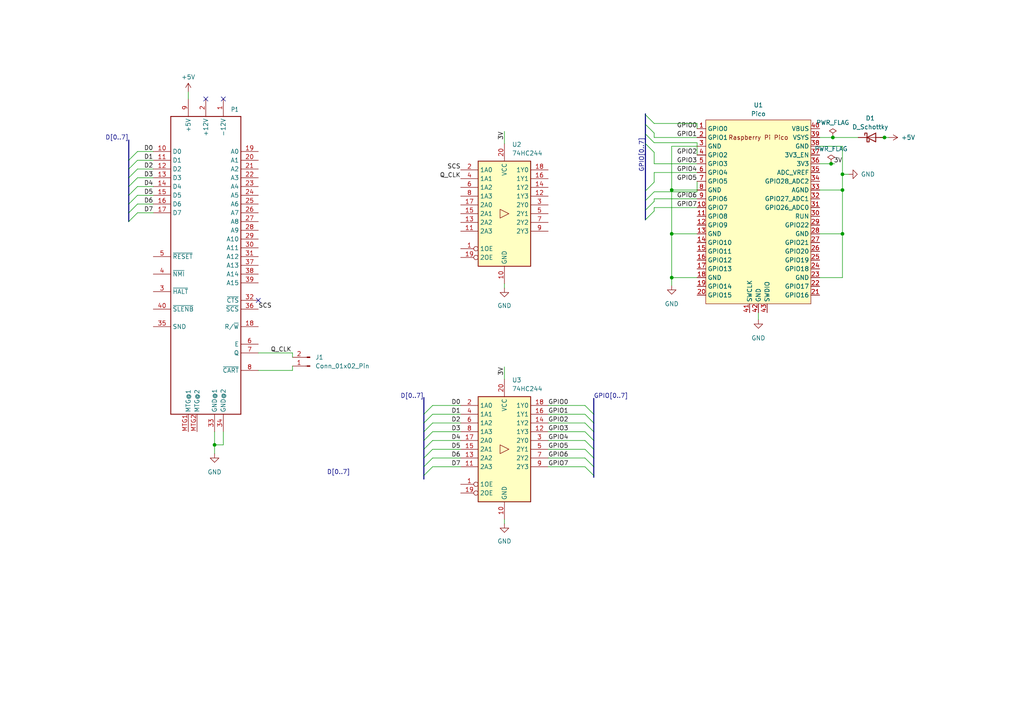
<source format=kicad_sch>
(kicad_sch (version 20230121) (generator eeschema)
  (paper "A4")
  (title_block (title "PiCoCo") (rev "v001") (company "Author: Nathan Byrd"))
  (lib_symbols
    (symbol "74xx:74HC244"
      (property "Reference" "U" (at -7.62 16.51 0))
      (property "Value" "74HC244" (at -7.62 -16.51 0))
      (symbol "74HC244_1_0"
        (polyline (pts (xy 1.27 0) (xy -1.27 1.27) (xy -1.27 -1.27) (xy 1.27 0)) (stroke (width 0.1524)))
        (pin input inverted (at -12.7 -10.16 0) (length 5.08) (name "1OE") (number "1"))
        (pin power_in line (at 0 -20.32 90) (length 5.08) (name "GND") (number "10"))
        (pin input line (at -12.7 -5.08 0) (length 5.08) (name "2A3") (number "11"))
        (pin tri_state line (at 12.7 5.08 180) (length 5.08) (name "1Y3") (number "12"))
        (pin input line (at -12.7 -2.54 0) (length 5.08) (name "2A2") (number "13"))
        (pin tri_state line (at 12.7 7.62 180) (length 5.08) (name "1Y2") (number "14"))
        (pin input line (at -12.7 0 0) (length 5.08) (name "2A1") (number "15"))
        (pin tri_state line (at 12.7 10.16 180) (length 5.08) (name "1Y1") (number "16"))
        (pin input line (at -12.7 2.54 0) (length 5.08) (name "2A0") (number "17"))
        (pin tri_state line (at 12.7 12.7 180) (length 5.08) (name "1Y0") (number "18"))
        (pin input inverted (at -12.7 -12.7 0) (length 5.08) (name "2OE") (number "19"))
        (pin input line (at -12.7 12.7 0) (length 5.08) (name "1A0") (number "2"))
        (pin power_in line (at 0 20.32 270) (length 5.08) (name "VCC") (number "20"))
        (pin tri_state line (at 12.7 2.54 180) (length 5.08) (name "2Y0") (number "3"))
        (pin input line (at -12.7 10.16 0) (length 5.08) (name "1A1") (number "4"))
        (pin tri_state line (at 12.7 0 180) (length 5.08) (name "2Y1") (number "5"))
        (pin input line (at -12.7 7.62 0) (length 5.08) (name "1A2") (number "6"))
        (pin tri_state line (at 12.7 -2.54 180) (length 5.08) (name "2Y2") (number "7"))
        (pin input line (at -12.7 5.08 0) (length 5.08) (name "1A3") (number "8"))
        (pin tri_state line (at 12.7 -5.08 180) (length 5.08) (name "2Y3") (number "9"))
      )
      (symbol "74HC244_1_1"
        (rectangle (start -7.62 15.24) (end 7.62 -15.24) (stroke (width 0.254)) (fill (type background)))
      )
    )
    (symbol "Connector:Conn_01x02_Pin" (pin_names (offset 1.016) hide)
      (property "Reference" "J" (at 0 2.54 0))
      (property "Value" "Conn_01x02_Pin" (at 0 -5.08 0))
      (symbol "Conn_01x02_Pin_1_1"
        (polyline (pts (xy 1.27 -2.54) (xy 0.8636 -2.54)) (stroke (width 0.1524)))
        (polyline (pts (xy 1.27 0) (xy 0.8636 0)) (stroke (width 0.1524)))
        (rectangle (start 0.8636 -2.413) (end 0 -2.667) (stroke (width 0.1524)) (fill (type outline)))
        (rectangle (start 0.8636 0.127) (end 0 -0.127) (stroke (width 0.1524)) (fill (type outline)))
        (pin passive line (at 5.08 0 180) (length 3.81) (name "Pin_1") (number "1"))
        (pin passive line (at 5.08 -2.54 180) (length 3.81) (name "Pin_2") (number "2"))
      )
    )
    (symbol "Device:D_Schottky" (pin_numbers hide) (pin_names (offset 1.016) hide)
      (property "Reference" "D" (at 0 2.54 0))
      (property "Value" "D_Schottky" (at 0 -2.54 0))
      (symbol "D_Schottky_0_1"
        (polyline (pts (xy 1.27 0) (xy -1.27 0)))
        (polyline (pts (xy 1.27 1.27) (xy 1.27 -1.27) (xy -1.27 0) (xy 1.27 1.27)) (stroke (width 0.254)))
        (polyline (pts (xy -1.905 0.635) (xy -1.905 1.27) (xy -1.27 1.27) (xy -1.27 -1.27) (xy -0.635 -1.27) (xy -0.635 -0.635)) (stroke (width 0.254)))
      )
      (symbol "D_Schottky_1_1"
        (pin passive line (at -3.81 0 0) (length 2.54) (name "K") (number "1"))
        (pin passive line (at 3.81 0 180) (length 2.54) (name "A") (number "2"))
      )
    )
    (symbol "MCU_RaspberryPi_and_Boards:Pico"
      (property "Reference" "U1" (at 0 30.988 0))
      (property "Value" "Pico" (at 0 28.448 0))
      (symbol "Pico_0_0"
        (text "Raspberry Pi Pico" (at 0 21.59 0) (effects (font (size 1.27 1.27))))
      )
      (symbol "Pico_0_1"
        (rectangle (start -15.24 26.67) (end 15.24 -26.67) (fill (type background)))
      )
      (symbol "Pico_1_1"
        (pin bidirectional line (at -17.78 24.13 0) (length 2.54) (name "GPIO0") (number "1"))
        (pin bidirectional line (at -17.78 1.27 0) (length 2.54) (name "GPIO7") (number "10"))
        (pin bidirectional line (at -17.78 -1.27 0) (length 2.54) (name "GPIO8") (number "11"))
        (pin bidirectional line (at -17.78 -3.81 0) (length 2.54) (name "GPIO9") (number "12"))
        (pin power_in line (at -17.78 -6.35 0) (length 2.54) (name "GND") (number "13"))
        (pin bidirectional line (at -17.78 -8.89 0) (length 2.54) (name "GPIO10") (number "14"))
        (pin bidirectional line (at -17.78 -11.43 0) (length 2.54) (name "GPIO11") (number "15"))
        (pin bidirectional line (at -17.78 -13.97 0) (length 2.54) (name "GPIO12") (number "16"))
        (pin bidirectional line (at -17.78 -16.51 0) (length 2.54) (name "GPIO13") (number "17"))
        (pin power_in line (at -17.78 -19.05 0) (length 2.54) (name "GND") (number "18"))
        (pin bidirectional line (at -17.78 -21.59 0) (length 2.54) (name "GPIO14") (number "19"))
        (pin bidirectional line (at -17.78 21.59 0) (length 2.54) (name "GPIO1") (number "2"))
        (pin bidirectional line (at -17.78 -24.13 0) (length 2.54) (name "GPIO15") (number "20"))
        (pin bidirectional line (at 17.78 -24.13 180) (length 2.54) (name "GPIO16") (number "21"))
        (pin bidirectional line (at 17.78 -21.59 180) (length 2.54) (name "GPIO17") (number "22"))
        (pin power_in line (at 17.78 -19.05 180) (length 2.54) (name "GND") (number "23"))
        (pin bidirectional line (at 17.78 -16.51 180) (length 2.54) (name "GPIO18") (number "24"))
        (pin bidirectional line (at 17.78 -13.97 180) (length 2.54) (name "GPIO19") (number "25"))
        (pin bidirectional line (at 17.78 -11.43 180) (length 2.54) (name "GPIO20") (number "26"))
        (pin bidirectional line (at 17.78 -8.89 180) (length 2.54) (name "GPIO21") (number "27"))
        (pin power_in line (at 17.78 -6.35 180) (length 2.54) (name "GND") (number "28"))
        (pin bidirectional line (at 17.78 -3.81 180) (length 2.54) (name "GPIO22") (number "29"))
        (pin power_in line (at -17.78 19.05 0) (length 2.54) (name "GND") (number "3"))
        (pin input line (at 17.78 -1.27 180) (length 2.54) (name "RUN") (number "30"))
        (pin bidirectional line (at 17.78 1.27 180) (length 2.54) (name "GPIO26_ADC0") (number "31"))
        (pin bidirectional line (at 17.78 3.81 180) (length 2.54) (name "GPIO27_ADC1") (number "32"))
        (pin power_in line (at 17.78 6.35 180) (length 2.54) (name "AGND") (number "33"))
        (pin bidirectional line (at 17.78 8.89 180) (length 2.54) (name "GPIO28_ADC2") (number "34"))
        (pin power_in line (at 17.78 11.43 180) (length 2.54) (name "ADC_VREF") (number "35"))
        (pin power_in line (at 17.78 13.97 180) (length 2.54) (name "3V3") (number "36"))
        (pin input line (at 17.78 16.51 180) (length 2.54) (name "3V3_EN") (number "37"))
        (pin power_in line (at 17.78 19.05 180) (length 2.54) (name "GND") (number "38"))
        (pin power_in line (at 17.78 21.59 180) (length 2.54) (name "VSYS") (number "39"))
        (pin bidirectional line (at -17.78 16.51 0) (length 2.54) (name "GPIO2") (number "4"))
        (pin power_in line (at 17.78 24.13 180) (length 2.54) (name "VBUS") (number "40"))
        (pin input line (at -2.54 -29.21 90) (length 2.54) (name "SWCLK") (number "41"))
        (pin power_in line (at 0 -29.21 90) (length 2.54) (name "GND") (number "42"))
        (pin bidirectional line (at 2.54 -29.21 90) (length 2.54) (name "SWDIO") (number "43"))
        (pin bidirectional line (at -17.78 13.97 0) (length 2.54) (name "GPIO3") (number "5"))
        (pin bidirectional line (at -17.78 11.43 0) (length 2.54) (name "GPIO4") (number "6"))
        (pin bidirectional line (at -17.78 8.89 0) (length 2.54) (name "GPIO5") (number "7"))
        (pin power_in line (at -17.78 6.35 0) (length 2.54) (name "GND") (number "8"))
        (pin bidirectional line (at -17.78 3.81 0) (length 2.54) (name "GPIO6") (number "9"))
      )
    )
    (symbol "PiCoCo:COCO-CART"
      (property "Reference" "P" (at 10.16 40.64 0))
      (symbol "COCO-CART_1_0"
        (polyline (pts (xy -10.16 -45.72) (xy -10.16 40.64)) (stroke (width 0.254)))
        (polyline (pts (xy -10.16 40.64) (xy 10.16 40.64)) (stroke (width 0.254)))
        (polyline (pts (xy 10.16 -45.72) (xy -10.16 -45.72)) (stroke (width 0.254)))
        (polyline (pts (xy 10.16 40.64) (xy 10.16 -45.72)) (stroke (width 0.254)))
        (pin power_out line (at 5.08 45.72 270) (length 5.08) (name "-12V") (number "1"))
        (pin bidirectional line (at -15.24 30.48 0) (length 5.08) (name "D0") (number "10"))
        (pin bidirectional line (at -15.24 27.94 0) (length 5.08) (name "D1") (number "11"))
        (pin bidirectional line (at -15.24 25.4 0) (length 5.08) (name "D2") (number "12"))
        (pin bidirectional line (at -15.24 22.86 0) (length 5.08) (name "D3") (number "13"))
        (pin bidirectional line (at -15.24 20.32 0) (length 5.08) (name "D4") (number "14"))
        (pin bidirectional line (at -15.24 17.78 0) (length 5.08) (name "D5") (number "15"))
        (pin bidirectional line (at -15.24 15.24 0) (length 5.08) (name "D6") (number "16"))
        (pin bidirectional line (at -15.24 12.7 0) (length 5.08) (name "D7") (number "17"))
        (pin output line (at 15.24 -20.32 180) (length 5.08) (name "R/~{W}") (number "18"))
        (pin output line (at 15.24 30.48 180) (length 5.08) (name "A0") (number "19"))
        (pin power_out line (at 0 45.72 270) (length 5.08) (name "+12V") (number "2"))
        (pin output line (at 15.24 27.94 180) (length 5.08) (name "A1") (number "20"))
        (pin output line (at 15.24 25.4 180) (length 5.08) (name "A2") (number "21"))
        (pin output line (at 15.24 22.86 180) (length 5.08) (name "A3") (number "22"))
        (pin output line (at 15.24 20.32 180) (length 5.08) (name "A4") (number "23"))
        (pin output line (at 15.24 17.78 180) (length 5.08) (name "A5") (number "24"))
        (pin output line (at 15.24 15.24 180) (length 5.08) (name "A6") (number "25"))
        (pin output line (at 15.24 12.7 180) (length 5.08) (name "A7") (number "26"))
        (pin output line (at 15.24 10.16 180) (length 5.08) (name "A8") (number "27"))
        (pin output line (at 15.24 7.62 180) (length 5.08) (name "A9") (number "28"))
        (pin output line (at 15.24 5.08 180) (length 5.08) (name "A10") (number "29"))
        (pin bidirectional line (at -15.24 -10.16 0) (length 5.08) (name "~{HALT}") (number "3"))
        (pin output line (at 15.24 2.54 180) (length 5.08) (name "A11") (number "30"))
        (pin output line (at 15.24 0 180) (length 5.08) (name "A12") (number "31"))
        (pin output line (at 15.24 -12.7 180) (length 5.08) (name "~{CTS}") (number "32"))
        (pin power_out line (at 2.54 -50.8 90) (length 5.08) (name "GND@1") (number "33"))
        (pin power_out line (at 5.08 -50.8 90) (length 5.08) (name "GND@2") (number "34"))
        (pin bidirectional line (at -15.24 -20.32 0) (length 5.08) (name "SND") (number "35"))
        (pin output line (at 15.24 -15.24 180) (length 5.08) (name "~{SCS}") (number "36"))
        (pin output line (at 15.24 -2.54 180) (length 5.08) (name "A13") (number "37"))
        (pin output line (at 15.24 -5.08 180) (length 5.08) (name "A14") (number "38"))
        (pin output line (at 15.24 -7.62 180) (length 5.08) (name "A15") (number "39"))
        (pin bidirectional line (at -15.24 -5.08 0) (length 5.08) (name "~{NMI}") (number "4"))
        (pin input line (at -15.24 -15.24 0) (length 5.08) (name "~{SLENB}") (number "40"))
        (pin bidirectional line (at -15.24 0 0) (length 5.08) (name "~{RESET}") (number "5"))
        (pin output line (at 15.24 -25.4 180) (length 5.08) (name "E") (number "6"))
        (pin output line (at 15.24 -27.94 180) (length 5.08) (name "Q") (number "7"))
        (pin input line (at 15.24 -33.02 180) (length 5.08) (name "~{CART}") (number "8"))
        (pin power_out line (at -5.08 45.72 270) (length 5.08) (name "+5V") (number "9"))
        (pin passive line (at -5.08 -50.8 90) (length 5.08) (name "MTG@1") (number "MTG1"))
        (pin passive line (at -2.54 -50.8 90) (length 5.08) (name "MTG@2") (number "MTG2"))
      )
    )
    (symbol "power:+5V" (power) (pin_names (offset 0))
      (property "Value" "+5V" (at 0 3.556 0))
      (symbol "+5V_0_1"
        (polyline (pts (xy -0.762 1.27) (xy 0 2.54)))
        (polyline (pts (xy 0 0) (xy 0 2.54)))
        (polyline (pts (xy 0 2.54) (xy 0.762 1.27)))
      )
      (symbol "+5V_1_1"
        (pin power_in line (at 0 0 90) (length 0) hide (name "+5V") (number "1"))
      )
    )
    (symbol "power:GND" (power) (pin_names (offset 0))
      (property "Value" "GND" (at 0 -3.81 0))
      (symbol "GND_0_1"
        (polyline (pts (xy 0 0) (xy 0 -1.27) (xy 1.27 -1.27) (xy 0 -2.54) (xy -1.27 -1.27) (xy 0 -1.27)))
      )
      (symbol "GND_1_1"
        (pin power_in line (at 0 0 270) (length 0) hide (name "GND") (number "1"))
      )
    )
    (symbol "power:PWR_FLAG" (power) (pin_numbers hide) (pin_names (offset 0) hide)
      (property "Value" "PWR_FLAG" (at 0 3.81 0))
      (symbol "PWR_FLAG_0_0"
        (pin power_out line (at 0 0 90) (length 0) (name "pwr") (number "1"))
      )
      (symbol "PWR_FLAG_0_1"
        (polyline (pts (xy 0 0) (xy 0 1.27) (xy -1.016 1.905) (xy 0 2.54) (xy 1.016 1.905) (xy 0 1.27)))
      )
    )
  )
  (junction (at 241.554 39.878))
  (junction (at 62.23 129.032))
  (junction (at 244.348 50.546))
  (junction (at 194.818 80.518))
  (junction (at 256.54 39.878))
  (junction (at 244.348 55.118))
  (junction (at 244.348 67.818))
  (junction (at 194.818 67.818))
  (junction (at 241.046 47.498))
  (junction (at 194.818 55.118))
  (no_connect (at 59.69 28.702))
  (no_connect (at 64.77 28.702))
  (no_connect (at 74.93 87.122))
  (bus_entry (at 39.878 54.102) (size -2.54 2.54))
  (bus_entry (at 125.476 120.142) (size -2.54 2.54))
  (bus_entry (at 187.198 58.166) (size 2.54 -2.54))
  (bus_entry (at 125.476 125.222) (size -2.54 2.54))
  (bus_entry (at 39.878 59.182) (size -2.54 2.54))
  (bus_entry (at 39.878 51.562) (size -2.54 2.54))
  (bus_entry (at 187.198 63.754) (size 2.54 -2.54))
  (bus_entry (at 169.672 135.382) (size 2.54 2.54))
  (bus_entry (at 125.476 132.842) (size -2.54 2.54))
  (bus_entry (at 125.476 117.602) (size -2.54 2.54))
  (bus_entry (at 187.198 38.862) (size 2.54 2.54))
  (bus_entry (at 125.476 135.382) (size -2.54 2.54))
  (bus_entry (at 39.878 43.942) (size -2.54 2.54))
  (bus_entry (at 187.198 36.068) (size 2.54 2.54))
  (bus_entry (at 187.198 55.372) (size 2.54 -2.54))
  (bus_entry (at 187.198 60.96) (size 2.54 -2.54))
  (bus_entry (at 169.672 130.302) (size 2.54 2.54))
  (bus_entry (at 169.672 127.762) (size 2.54 2.54))
  (bus_entry (at 187.198 41.656) (size 2.54 2.54))
  (bus_entry (at 39.878 46.482) (size -2.54 2.54))
  (bus_entry (at 169.672 132.842) (size 2.54 2.54))
  (bus_entry (at 39.878 49.022) (size -2.54 2.54))
  (bus_entry (at 169.672 122.682) (size 2.54 2.54))
  (bus_entry (at 125.476 122.682) (size -2.54 2.54))
  (bus_entry (at 39.878 56.642) (size -2.54 2.54))
  (bus_entry (at 169.672 120.142) (size 2.54 2.54))
  (bus_entry (at 125.476 130.302) (size -2.54 2.54))
  (bus_entry (at 39.878 61.722) (size -2.54 2.54))
  (bus_entry (at 187.198 33.274) (size 2.54 2.54))
  (bus_entry (at 169.672 117.602) (size 2.54 2.54))
  (bus_entry (at 169.672 125.222) (size 2.54 2.54))
  (bus_entry (at 125.476 127.762) (size -2.54 2.54))
  (bus (pts (xy 122.936 120.142) (xy 122.936 122.682)))
  (bus (pts (xy 172.212 122.682) (xy 172.212 125.222)))
  (wire (pts (xy 244.348 55.118) (xy 244.348 50.546)))
  (wire (pts (xy 189.738 61.214) (xy 189.738 60.198)))
  (wire (pts (xy 202.184 67.818) (xy 194.818 67.818)))
  (wire (pts (xy 244.348 80.518) (xy 244.348 67.818)))
  (wire (pts (xy 237.744 47.498) (xy 241.046 47.498)))
  (wire (pts (xy 202.184 42.418) (xy 194.818 42.418)))
  (wire (pts (xy 237.744 42.418) (xy 244.348 42.418)))
  (wire (pts (xy 159.004 135.382) (xy 169.672 135.382)))
  (wire (pts (xy 62.23 125.222) (xy 62.23 129.032)))
  (wire (pts (xy 194.818 80.518) (xy 194.818 82.804)))
  (wire (pts (xy 125.476 117.602) (xy 133.604 117.602)))
  (wire (pts (xy 189.738 35.814) (xy 202.184 35.814)))
  (wire (pts (xy 146.304 106.426) (xy 146.304 109.982)))
  (wire (pts (xy 125.476 120.142) (xy 133.604 120.142)))
  (wire (pts (xy 202.184 35.814) (xy 202.184 37.338)))
  (wire (pts (xy 237.744 39.878) (xy 241.554 39.878)))
  (bus (pts (xy 172.212 130.302) (xy 172.212 132.842)))
  (wire (pts (xy 125.476 135.382) (xy 133.604 135.382)))
  (bus (pts (xy 172.212 125.222) (xy 172.212 127.762)))
  (wire (pts (xy 39.878 46.482) (xy 44.45 46.482)))
  (wire (pts (xy 189.738 39.878) (xy 202.184 39.878)))
  (bus (pts (xy 122.936 135.382) (xy 122.936 137.922)))
  (wire (pts (xy 159.004 132.842) (xy 169.672 132.842)))
  (bus (pts (xy 122.936 122.682) (xy 122.936 125.222)))
  (wire (pts (xy 219.964 90.678) (xy 219.964 92.71)))
  (bus (pts (xy 172.212 115.57) (xy 172.212 120.142)))
  (wire (pts (xy 189.738 50.038) (xy 202.184 50.038)))
  (wire (pts (xy 125.476 132.842) (xy 133.604 132.842)))
  (wire (pts (xy 189.738 55.626) (xy 202.184 55.626)))
  (wire (pts (xy 74.93 107.442) (xy 84.836 107.442)))
  (wire (pts (xy 39.878 43.942) (xy 44.45 43.942)))
  (wire (pts (xy 241.554 39.878) (xy 248.92 39.878)))
  (bus (pts (xy 122.936 115.316) (xy 122.936 120.142)))
  (bus (pts (xy 187.198 60.96) (xy 187.198 63.754)))
  (wire (pts (xy 159.004 127.762) (xy 169.672 127.762)))
  (wire (pts (xy 125.476 122.682) (xy 133.604 122.682)))
  (bus (pts (xy 187.198 33.274) (xy 187.198 36.068)))
  (bus (pts (xy 37.338 46.482) (xy 37.338 49.022)))
  (bus (pts (xy 122.936 137.922) (xy 122.936 138.938)))
  (wire (pts (xy 237.744 55.118) (xy 244.348 55.118)))
  (wire (pts (xy 125.476 125.222) (xy 133.604 125.222)))
  (bus (pts (xy 187.198 38.862) (xy 187.198 41.656)))
  (bus (pts (xy 172.212 135.382) (xy 172.212 137.922)))
  (bus (pts (xy 187.198 41.656) (xy 187.198 55.372)))
  (wire (pts (xy 202.184 55.118) (xy 194.818 55.118)))
  (wire (pts (xy 146.304 150.622) (xy 146.304 151.892)))
  (wire (pts (xy 125.476 127.762) (xy 133.604 127.762)))
  (bus (pts (xy 187.198 33.02) (xy 187.198 33.274)))
  (wire (pts (xy 202.184 80.518) (xy 194.818 80.518)))
  (wire (pts (xy 39.878 54.102) (xy 44.45 54.102)))
  (wire (pts (xy 194.818 67.818) (xy 194.818 80.518)))
  (wire (pts (xy 159.004 130.302) (xy 169.672 130.302)))
  (wire (pts (xy 146.304 38.1) (xy 146.304 41.656)))
  (wire (pts (xy 39.878 61.722) (xy 44.45 61.722)))
  (wire (pts (xy 189.738 47.498) (xy 202.184 47.498)))
  (wire (pts (xy 244.348 42.418) (xy 244.348 50.546)))
  (wire (pts (xy 202.184 52.578) (xy 202.184 55.626)))
  (bus (pts (xy 172.212 132.842) (xy 172.212 135.382)))
  (bus (pts (xy 37.338 49.022) (xy 37.338 51.562)))
  (bus (pts (xy 122.936 127.762) (xy 122.936 130.302)))
  (wire (pts (xy 62.23 129.032) (xy 64.77 129.032)))
  (wire (pts (xy 159.004 125.222) (xy 169.672 125.222)))
  (wire (pts (xy 159.004 122.682) (xy 169.672 122.682)))
  (wire (pts (xy 237.744 67.818) (xy 244.348 67.818)))
  (wire (pts (xy 54.61 26.67) (xy 54.61 28.702)))
  (wire (pts (xy 244.348 67.818) (xy 244.348 55.118)))
  (wire (pts (xy 74.93 102.362) (xy 84.836 102.362)))
  (wire (pts (xy 189.738 38.608) (xy 189.738 39.878)))
  (wire (pts (xy 159.004 120.142) (xy 169.672 120.142)))
  (wire (pts (xy 189.738 52.832) (xy 189.738 50.038)))
  (bus (pts (xy 172.212 137.922) (xy 172.212 138.43)))
  (wire (pts (xy 189.738 60.198) (xy 202.184 60.198)))
  (bus (pts (xy 187.198 36.068) (xy 187.198 38.862)))
  (bus (pts (xy 122.936 125.222) (xy 122.936 127.762)))
  (wire (pts (xy 146.304 82.296) (xy 146.304 83.566)))
  (wire (pts (xy 39.878 51.562) (xy 44.45 51.562)))
  (wire (pts (xy 256.54 39.878) (xy 257.81 39.878)))
  (wire (pts (xy 244.348 50.546) (xy 246.126 50.546)))
  (wire (pts (xy 237.744 80.518) (xy 244.348 80.518)))
  (wire (pts (xy 202.184 41.402) (xy 202.184 44.958)))
  (wire (pts (xy 189.738 58.42) (xy 189.738 57.658)))
  (wire (pts (xy 241.046 47.498) (xy 242.062 47.498)))
  (bus (pts (xy 122.936 130.302) (xy 122.936 132.842)))
  (wire (pts (xy 189.738 44.196) (xy 189.738 47.498)))
  (bus (pts (xy 172.212 127.762) (xy 172.212 130.302)))
  (bus (pts (xy 37.338 56.642) (xy 37.338 59.182)))
  (wire (pts (xy 194.818 42.418) (xy 194.818 55.118)))
  (bus (pts (xy 37.338 61.722) (xy 37.338 64.262)))
  (wire (pts (xy 39.878 56.642) (xy 44.45 56.642)))
  (wire (pts (xy 84.836 107.442) (xy 84.836 106.172)))
  (wire (pts (xy 39.878 59.182) (xy 44.45 59.182)))
  (wire (pts (xy 189.738 41.402) (xy 202.184 41.402)))
  (wire (pts (xy 64.77 125.222) (xy 64.77 129.032)))
  (bus (pts (xy 37.338 54.102) (xy 37.338 56.642)))
  (wire (pts (xy 159.004 117.602) (xy 169.672 117.602)))
  (bus (pts (xy 122.936 132.842) (xy 122.936 135.382)))
  (bus (pts (xy 37.338 59.182) (xy 37.338 61.722)))
  (bus (pts (xy 37.338 40.64) (xy 37.338 46.482)))
  (bus (pts (xy 172.212 120.142) (xy 172.212 122.682)))
  (bus (pts (xy 187.198 55.372) (xy 187.198 58.166)))
  (bus (pts (xy 187.198 58.166) (xy 187.198 60.96)))
  (wire (pts (xy 84.836 103.632) (xy 84.836 102.362)))
  (wire (pts (xy 194.818 55.118) (xy 194.818 67.818)))
  (wire (pts (xy 39.878 49.022) (xy 44.45 49.022)))
  (wire (pts (xy 125.476 130.302) (xy 133.604 130.302)))
  (bus (pts (xy 37.338 51.562) (xy 37.338 54.102)))
  (wire (pts (xy 189.738 57.658) (xy 202.184 57.658)))
  (wire (pts (xy 255.27 39.878) (xy 256.54 39.878)))
  (wire (pts (xy 62.23 129.032) (xy 62.23 131.572)))
  (label "D1" (at 44.45 46.482 180))
  (label "GPIO5" (at 159.004 130.302 0))
  (label "D6" (at 133.604 132.842 180))
  (label "D3" (at 44.45 51.562 180))
  (label "D[0..7]" (at 101.6 137.922 180))
  (label "GPIO4" (at 202.184 50.038 180))
  (label "GPIO1" (at 202.184 39.878 180))
  (label "D6" (at 44.45 59.182 180))
  (label "GPIO2" (at 159.004 122.682 0))
  (label "GPIO[0..7]" (at 172.212 115.824 0))
  (label "D[0..7]" (at 122.936 115.824 180))
  (label "3V" (at 241.808 47.498 0))
  (label "SCS" (at 74.93 89.662 0))
  (label "D5" (at 133.604 130.302 180))
  (label "3V" (at 146.304 38.1 270))
  (label "Q_CLK" (at 133.604 51.816 180))
  (label "GPIO[0..7]" (at 187.198 49.784 90))
  (label "GPIO1" (at 159.004 120.142 0))
  (label "3V" (at 146.304 106.426 270))
  (label "GPIO0" (at 202.184 37.338 180))
  (label "GPIO3" (at 202.184 47.498 180))
  (label "D7" (at 44.45 61.722 180))
  (label "D4" (at 133.604 127.762 180))
  (label "GPIO7" (at 202.184 60.198 180))
  (label "Q_CLK" (at 78.486 102.362 0))
  (label "D5" (at 44.45 56.642 180))
  (label "D2" (at 44.45 49.022 180))
  (label "GPIO6" (at 202.184 57.658 180))
  (label "GPIO6" (at 159.004 132.842 0))
  (label "GPIO5" (at 202.184 52.578 180))
  (label "D2" (at 133.604 122.682 180))
  (label "D4" (at 44.45 54.102 180))
  (label "GPIO2" (at 202.184 44.958 180))
  (label "D7" (at 133.604 135.382 180))
  (label "D[0..7]" (at 37.338 40.894 180))
  (label "D3" (at 133.604 125.222 180))
  (label "SCS" (at 133.604 49.276 180))
  (label "D0" (at 133.604 117.602 180))
  (label "GPIO4" (at 159.004 127.762 0))
  (label "D0" (at 44.45 43.942 180))
  (label "GPIO0" (at 159.004 117.602 0))
  (label "GPIO7" (at 159.004 135.382 0))
  (label "D1" (at 133.604 120.142 180))
  (label "GPIO3" (at 159.004 125.222 0))
  (symbol (lib_id "power:PWR_FLAG") (at 241.554 39.878 0) (unit 1)
    (property "Reference" "#FLG01" (effects hide))
    (property "Value" "PWR_FLAG" (at 241.554 35.56 0))
  )
  (symbol (lib_id "74xx:74HC244") (at 146.304 61.976 0) (unit 1)
    (property "Reference" "U2" (at 148.4981 41.91 0) (effects (justify left)))
    (property "Value" "74HC244" (at 148.4981 44.45 0) (effects (justify left)))
    (property "Footprint" "Package_SO:TSSOP-20_4.4x6.5mm_P0.65mm" (effects hide))
    (property "Datasheet" "https://assets.nexperia.com/documents/data-sheet/74HC_HCT244.pdf" (effects hide))
  )
  (symbol (lib_id "PiCoCo:COCO-CART") (at 59.69 74.422 0) (unit 1)
    (property "Reference" "P1" (at 66.9641 31.75 0) (effects (font (size 1.27 1.0795)) (justify left)))
    (property "Footprint" "CoCoEPROMpak:COCO-CART-2.1X1.75" (effects hide))
  )
  (symbol (lib_id "power:GND") (at 194.818 82.804 0) (unit 1)
    (property "Reference" "#PWR06" (effects hide))
    (property "Value" "GND" (at 194.818 88.138 0))
  )
  (symbol (lib_id "74xx:74HC244") (at 146.304 130.302 0) (unit 1)
    (property "Reference" "U3" (at 148.4981 110.236 0) (effects (justify left)))
    (property "Value" "74HC244" (at 148.4981 112.776 0) (effects (justify left)))
    (property "Footprint" "Package_SO:TSSOP-20_4.4x6.5mm_P0.65mm" (effects hide))
    (property "Datasheet" "https://assets.nexperia.com/documents/data-sheet/74HC_HCT244.pdf" (effects hide))
  )
  (symbol (lib_id "power:GND") (at 219.964 92.71 0) (unit 1)
    (property "Reference" "#PWR05" (effects hide))
    (property "Value" "GND" (at 219.964 98.044 0))
  )
  (symbol (lib_id "Connector:Conn_01x02_Pin") (at 89.916 106.172 180) (unit 1)
    (property "Reference" "J1" (at 91.44 103.632 0) (effects (justify right)))
    (property "Value" "Conn_01x02_Pin" (at 91.44 106.172 0) (effects (justify right)))
    (property "Footprint" "Connector_PinHeader_2.54mm:PinHeader_1x02_P2.54mm_Vertical" (effects hide))
  )
  (symbol (lib_id "MCU_RaspberryPi_and_Boards:Pico") (at 219.964 61.468 0) (unit 1)
    (property "Reference" "U1" (at 219.964 30.48 0))
    (property "Value" "Pico" (at 219.964 33.02 0))
    (property "Footprint" "RPi_Pico:RPi_Pico_SMD_TH" (effects hide))
  )
  (symbol (lib_id "Device:D_Schottky") (at 252.73 39.878 0) (unit 1)
    (property "Reference" "D1" (at 252.4125 34.29 0))
    (property "Value" "D_Schottky" (at 252.4125 36.83 0))
    (property "Footprint" "Diode_SMD:D_SOD-123" (effects hide))
  )
  (symbol (lib_id "power:+5V") (at 257.81 39.878 270) (unit 1)
    (property "Reference" "#PWR02" (effects hide))
    (property "Value" "+5V" (at 261.366 39.878 90) (effects (justify left)))
  )
  (symbol (lib_id "power:PWR_FLAG") (at 241.046 47.498 0) (unit 1)
    (property "Reference" "#FLG02" (effects hide))
    (property "Value" "PWR_FLAG" (at 241.046 43.18 0))
  )
  (symbol (lib_id "power:+5V") (at 54.61 26.67 0) (unit 1)
    (property "Reference" "#PWR01" (effects hide))
    (property "Value" "+5V" (at 54.61 22.352 0))
  )
  (symbol (lib_id "power:GND") (at 146.304 83.566 0) (unit 1)
    (property "Reference" "#PWR07" (effects hide))
    (property "Value" "GND" (at 146.304 88.646 0))
  )
  (symbol (lib_id "power:GND") (at 62.23 131.572 0) (unit 1)
    (property "Reference" "#PWR04" (effects hide))
    (property "Value" "GND" (at 62.23 136.906 0))
  )
  (symbol (lib_id "power:GND") (at 246.126 50.546 90) (unit 1)
    (property "Reference" "#PWR03" (effects hide))
    (property "Value" "GND" (at 249.682 50.546 90) (effects (justify right)))
  )
  (symbol (lib_id "power:GND") (at 146.304 151.892 0) (unit 1)
    (property "Reference" "#PWR08" (effects hide))
    (property "Value" "GND" (at 146.304 156.972 0))
  )
)
</source>
